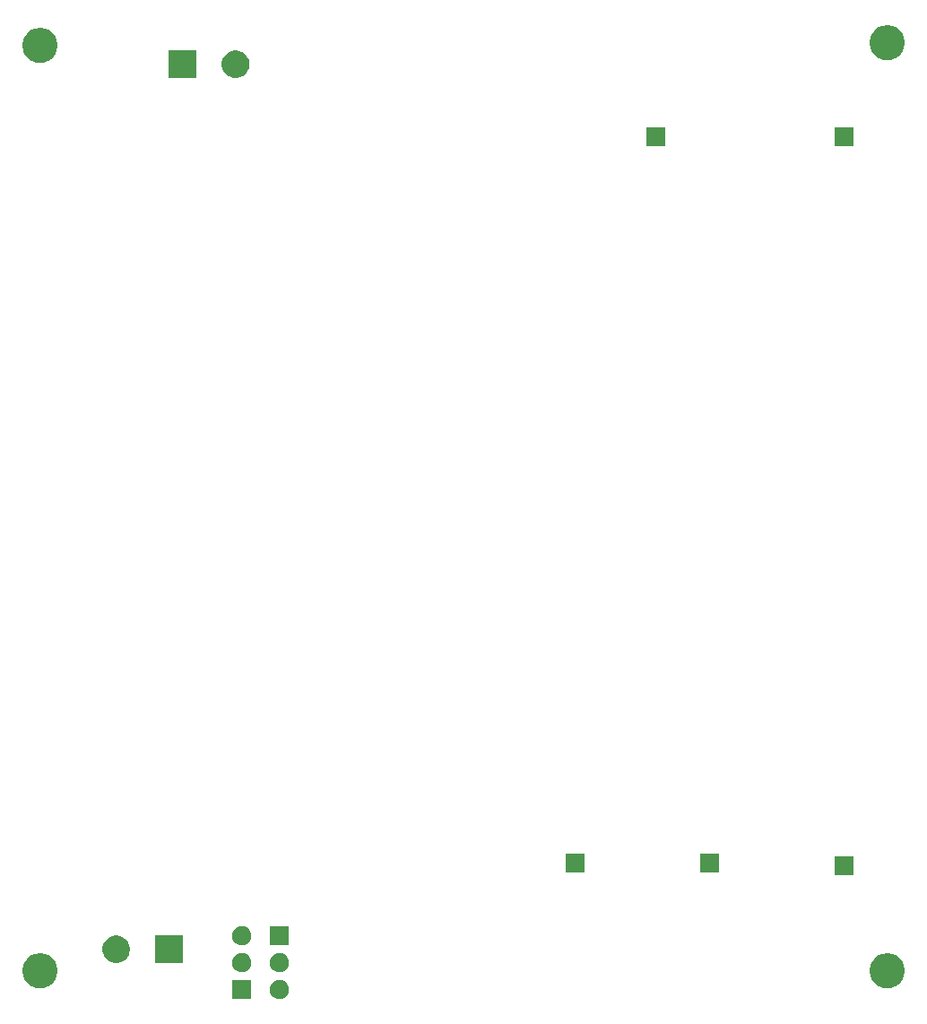
<source format=gbr>
G04 #@! TF.GenerationSoftware,KiCad,Pcbnew,(5.1.5)-3*
G04 #@! TF.CreationDate,2020-06-18T12:09:29-04:00*
G04 #@! TF.ProjectId,psu_board,7073755f-626f-4617-9264-2e6b69636164,rev?*
G04 #@! TF.SameCoordinates,Original*
G04 #@! TF.FileFunction,Soldermask,Bot*
G04 #@! TF.FilePolarity,Negative*
%FSLAX46Y46*%
G04 Gerber Fmt 4.6, Leading zero omitted, Abs format (unit mm)*
G04 Created by KiCad (PCBNEW (5.1.5)-3) date 2020-06-18 12:09:29*
%MOMM*%
%LPD*%
G04 APERTURE LIST*
%ADD10C,0.100000*%
G04 APERTURE END LIST*
D10*
G36*
X189343512Y-155059927D02*
G01*
X189492812Y-155089624D01*
X189656784Y-155157544D01*
X189804354Y-155256147D01*
X189929853Y-155381646D01*
X190028456Y-155529216D01*
X190096376Y-155693188D01*
X190131000Y-155867259D01*
X190131000Y-156044741D01*
X190096376Y-156218812D01*
X190028456Y-156382784D01*
X189929853Y-156530354D01*
X189804354Y-156655853D01*
X189656784Y-156754456D01*
X189492812Y-156822376D01*
X189343512Y-156852073D01*
X189318742Y-156857000D01*
X189141258Y-156857000D01*
X189116488Y-156852073D01*
X188967188Y-156822376D01*
X188803216Y-156754456D01*
X188655646Y-156655853D01*
X188530147Y-156530354D01*
X188431544Y-156382784D01*
X188363624Y-156218812D01*
X188329000Y-156044741D01*
X188329000Y-155867259D01*
X188363624Y-155693188D01*
X188431544Y-155529216D01*
X188530147Y-155381646D01*
X188655646Y-155256147D01*
X188803216Y-155157544D01*
X188967188Y-155089624D01*
X189116488Y-155059927D01*
X189141258Y-155055000D01*
X189318742Y-155055000D01*
X189343512Y-155059927D01*
G37*
G36*
X186575000Y-156857000D02*
G01*
X184773000Y-156857000D01*
X184773000Y-155055000D01*
X186575000Y-155055000D01*
X186575000Y-156857000D01*
G37*
G36*
X166999256Y-152569298D02*
G01*
X167105579Y-152590447D01*
X167406042Y-152714903D01*
X167676451Y-152895585D01*
X167906415Y-153125549D01*
X168087097Y-153395958D01*
X168211553Y-153696421D01*
X168275000Y-154015391D01*
X168275000Y-154340609D01*
X168211553Y-154659579D01*
X168087097Y-154960042D01*
X167906415Y-155230451D01*
X167676451Y-155460415D01*
X167406042Y-155641097D01*
X167105579Y-155765553D01*
X166999256Y-155786702D01*
X166786611Y-155829000D01*
X166461389Y-155829000D01*
X166248744Y-155786702D01*
X166142421Y-155765553D01*
X165841958Y-155641097D01*
X165571549Y-155460415D01*
X165341585Y-155230451D01*
X165160903Y-154960042D01*
X165036447Y-154659579D01*
X164973000Y-154340609D01*
X164973000Y-154015391D01*
X165036447Y-153696421D01*
X165160903Y-153395958D01*
X165341585Y-153125549D01*
X165571549Y-152895585D01*
X165841958Y-152714903D01*
X166142421Y-152590447D01*
X166248744Y-152569298D01*
X166461389Y-152527000D01*
X166786611Y-152527000D01*
X166999256Y-152569298D01*
G37*
G36*
X247009256Y-152569298D02*
G01*
X247115579Y-152590447D01*
X247416042Y-152714903D01*
X247686451Y-152895585D01*
X247916415Y-153125549D01*
X248097097Y-153395958D01*
X248221553Y-153696421D01*
X248285000Y-154015391D01*
X248285000Y-154340609D01*
X248221553Y-154659579D01*
X248097097Y-154960042D01*
X247916415Y-155230451D01*
X247686451Y-155460415D01*
X247416042Y-155641097D01*
X247115579Y-155765553D01*
X247009256Y-155786702D01*
X246796611Y-155829000D01*
X246471389Y-155829000D01*
X246258744Y-155786702D01*
X246152421Y-155765553D01*
X245851958Y-155641097D01*
X245581549Y-155460415D01*
X245351585Y-155230451D01*
X245170903Y-154960042D01*
X245046447Y-154659579D01*
X244983000Y-154340609D01*
X244983000Y-154015391D01*
X245046447Y-153696421D01*
X245170903Y-153395958D01*
X245351585Y-153125549D01*
X245581549Y-152895585D01*
X245851958Y-152714903D01*
X246152421Y-152590447D01*
X246258744Y-152569298D01*
X246471389Y-152527000D01*
X246796611Y-152527000D01*
X247009256Y-152569298D01*
G37*
G36*
X189343512Y-152519927D02*
G01*
X189492812Y-152549624D01*
X189656784Y-152617544D01*
X189804354Y-152716147D01*
X189929853Y-152841646D01*
X190028456Y-152989216D01*
X190096376Y-153153188D01*
X190131000Y-153327259D01*
X190131000Y-153504741D01*
X190096376Y-153678812D01*
X190028456Y-153842784D01*
X189929853Y-153990354D01*
X189804354Y-154115853D01*
X189656784Y-154214456D01*
X189492812Y-154282376D01*
X189343512Y-154312073D01*
X189318742Y-154317000D01*
X189141258Y-154317000D01*
X189116488Y-154312073D01*
X188967188Y-154282376D01*
X188803216Y-154214456D01*
X188655646Y-154115853D01*
X188530147Y-153990354D01*
X188431544Y-153842784D01*
X188363624Y-153678812D01*
X188329000Y-153504741D01*
X188329000Y-153327259D01*
X188363624Y-153153188D01*
X188431544Y-152989216D01*
X188530147Y-152841646D01*
X188655646Y-152716147D01*
X188803216Y-152617544D01*
X188967188Y-152549624D01*
X189116488Y-152519927D01*
X189141258Y-152515000D01*
X189318742Y-152515000D01*
X189343512Y-152519927D01*
G37*
G36*
X185787512Y-152519927D02*
G01*
X185936812Y-152549624D01*
X186100784Y-152617544D01*
X186248354Y-152716147D01*
X186373853Y-152841646D01*
X186472456Y-152989216D01*
X186540376Y-153153188D01*
X186575000Y-153327259D01*
X186575000Y-153504741D01*
X186540376Y-153678812D01*
X186472456Y-153842784D01*
X186373853Y-153990354D01*
X186248354Y-154115853D01*
X186100784Y-154214456D01*
X185936812Y-154282376D01*
X185787512Y-154312073D01*
X185762742Y-154317000D01*
X185585258Y-154317000D01*
X185560488Y-154312073D01*
X185411188Y-154282376D01*
X185247216Y-154214456D01*
X185099646Y-154115853D01*
X184974147Y-153990354D01*
X184875544Y-153842784D01*
X184807624Y-153678812D01*
X184773000Y-153504741D01*
X184773000Y-153327259D01*
X184807624Y-153153188D01*
X184875544Y-152989216D01*
X184974147Y-152841646D01*
X185099646Y-152716147D01*
X185247216Y-152617544D01*
X185411188Y-152549624D01*
X185560488Y-152519927D01*
X185585258Y-152515000D01*
X185762742Y-152515000D01*
X185787512Y-152519927D01*
G37*
G36*
X180117000Y-153447000D02*
G01*
X177515000Y-153447000D01*
X177515000Y-150845000D01*
X180117000Y-150845000D01*
X180117000Y-153447000D01*
G37*
G36*
X174195487Y-150894996D02*
G01*
X174363868Y-150964742D01*
X174432255Y-150993069D01*
X174645339Y-151135447D01*
X174826553Y-151316661D01*
X174915884Y-151450354D01*
X174968932Y-151529747D01*
X175067004Y-151766513D01*
X175117000Y-152017861D01*
X175117000Y-152274139D01*
X175067004Y-152525487D01*
X174988545Y-152714902D01*
X174968931Y-152762255D01*
X174826553Y-152975339D01*
X174645339Y-153156553D01*
X174432255Y-153298931D01*
X174432254Y-153298932D01*
X174432253Y-153298932D01*
X174195487Y-153397004D01*
X173944139Y-153447000D01*
X173687861Y-153447000D01*
X173436513Y-153397004D01*
X173199747Y-153298932D01*
X173199746Y-153298932D01*
X173199745Y-153298931D01*
X172986661Y-153156553D01*
X172805447Y-152975339D01*
X172663069Y-152762255D01*
X172643455Y-152714902D01*
X172564996Y-152525487D01*
X172515000Y-152274139D01*
X172515000Y-152017861D01*
X172564996Y-151766513D01*
X172663068Y-151529747D01*
X172716117Y-151450354D01*
X172805447Y-151316661D01*
X172986661Y-151135447D01*
X173199745Y-150993069D01*
X173268132Y-150964742D01*
X173436513Y-150894996D01*
X173687861Y-150845000D01*
X173944139Y-150845000D01*
X174195487Y-150894996D01*
G37*
G36*
X185787512Y-149979927D02*
G01*
X185936812Y-150009624D01*
X186100784Y-150077544D01*
X186248354Y-150176147D01*
X186373853Y-150301646D01*
X186472456Y-150449216D01*
X186540376Y-150613188D01*
X186575000Y-150787259D01*
X186575000Y-150964741D01*
X186540376Y-151138812D01*
X186472456Y-151302784D01*
X186373853Y-151450354D01*
X186248354Y-151575853D01*
X186100784Y-151674456D01*
X185936812Y-151742376D01*
X185787512Y-151772073D01*
X185762742Y-151777000D01*
X185585258Y-151777000D01*
X185560488Y-151772073D01*
X185411188Y-151742376D01*
X185247216Y-151674456D01*
X185099646Y-151575853D01*
X184974147Y-151450354D01*
X184875544Y-151302784D01*
X184807624Y-151138812D01*
X184773000Y-150964741D01*
X184773000Y-150787259D01*
X184807624Y-150613188D01*
X184875544Y-150449216D01*
X184974147Y-150301646D01*
X185099646Y-150176147D01*
X185247216Y-150077544D01*
X185411188Y-150009624D01*
X185560488Y-149979927D01*
X185585258Y-149975000D01*
X185762742Y-149975000D01*
X185787512Y-149979927D01*
G37*
G36*
X190131000Y-151777000D02*
G01*
X188329000Y-151777000D01*
X188329000Y-149975000D01*
X190131000Y-149975000D01*
X190131000Y-151777000D01*
G37*
G36*
X243471000Y-145173000D02*
G01*
X241669000Y-145173000D01*
X241669000Y-143371000D01*
X243471000Y-143371000D01*
X243471000Y-145173000D01*
G37*
G36*
X218071000Y-144919000D02*
G01*
X216269000Y-144919000D01*
X216269000Y-143117000D01*
X218071000Y-143117000D01*
X218071000Y-144919000D01*
G37*
G36*
X230771000Y-144919000D02*
G01*
X228969000Y-144919000D01*
X228969000Y-143117000D01*
X230771000Y-143117000D01*
X230771000Y-144919000D01*
G37*
G36*
X243471000Y-76339000D02*
G01*
X241669000Y-76339000D01*
X241669000Y-74537000D01*
X243471000Y-74537000D01*
X243471000Y-76339000D01*
G37*
G36*
X225691000Y-76339000D02*
G01*
X223889000Y-76339000D01*
X223889000Y-74537000D01*
X225691000Y-74537000D01*
X225691000Y-76339000D01*
G37*
G36*
X181387000Y-69881000D02*
G01*
X178785000Y-69881000D01*
X178785000Y-67279000D01*
X181387000Y-67279000D01*
X181387000Y-69881000D01*
G37*
G36*
X185465487Y-67328996D02*
G01*
X185702253Y-67427068D01*
X185702255Y-67427069D01*
X185915339Y-67569447D01*
X186096553Y-67750661D01*
X186149844Y-67830416D01*
X186238932Y-67963747D01*
X186337004Y-68200513D01*
X186387000Y-68451861D01*
X186387000Y-68708139D01*
X186337004Y-68959487D01*
X186238932Y-69196253D01*
X186238931Y-69196255D01*
X186096553Y-69409339D01*
X185915339Y-69590553D01*
X185702255Y-69732931D01*
X185702254Y-69732932D01*
X185702253Y-69732932D01*
X185465487Y-69831004D01*
X185214139Y-69881000D01*
X184957861Y-69881000D01*
X184706513Y-69831004D01*
X184469747Y-69732932D01*
X184469746Y-69732932D01*
X184469745Y-69732931D01*
X184256661Y-69590553D01*
X184075447Y-69409339D01*
X183933069Y-69196255D01*
X183933068Y-69196253D01*
X183834996Y-68959487D01*
X183785000Y-68708139D01*
X183785000Y-68451861D01*
X183834996Y-68200513D01*
X183933068Y-67963747D01*
X184022157Y-67830416D01*
X184075447Y-67750661D01*
X184256661Y-67569447D01*
X184469745Y-67427069D01*
X184469747Y-67427068D01*
X184706513Y-67328996D01*
X184957861Y-67279000D01*
X185214139Y-67279000D01*
X185465487Y-67328996D01*
G37*
G36*
X166999256Y-65193298D02*
G01*
X167105579Y-65214447D01*
X167406042Y-65338903D01*
X167676451Y-65519585D01*
X167906415Y-65749549D01*
X168087097Y-66019958D01*
X168211553Y-66320421D01*
X168275000Y-66639391D01*
X168275000Y-66964609D01*
X168211553Y-67283579D01*
X168192740Y-67328997D01*
X168093143Y-67569447D01*
X168087097Y-67584042D01*
X167906415Y-67854451D01*
X167676451Y-68084415D01*
X167406042Y-68265097D01*
X167105579Y-68389553D01*
X166999256Y-68410702D01*
X166786611Y-68453000D01*
X166461389Y-68453000D01*
X166248744Y-68410702D01*
X166142421Y-68389553D01*
X165841958Y-68265097D01*
X165571549Y-68084415D01*
X165341585Y-67854451D01*
X165160903Y-67584042D01*
X165154858Y-67569447D01*
X165055260Y-67328997D01*
X165036447Y-67283579D01*
X164973000Y-66964609D01*
X164973000Y-66639391D01*
X165036447Y-66320421D01*
X165160903Y-66019958D01*
X165341585Y-65749549D01*
X165571549Y-65519585D01*
X165841958Y-65338903D01*
X166142421Y-65214447D01*
X166248744Y-65193298D01*
X166461389Y-65151000D01*
X166786611Y-65151000D01*
X166999256Y-65193298D01*
G37*
G36*
X247009256Y-64939298D02*
G01*
X247115579Y-64960447D01*
X247416042Y-65084903D01*
X247686451Y-65265585D01*
X247916415Y-65495549D01*
X248097097Y-65765958D01*
X248221553Y-66066421D01*
X248285000Y-66385391D01*
X248285000Y-66710609D01*
X248221553Y-67029579D01*
X248097097Y-67330042D01*
X247916415Y-67600451D01*
X247686451Y-67830415D01*
X247416042Y-68011097D01*
X247115579Y-68135553D01*
X247009256Y-68156702D01*
X246796611Y-68199000D01*
X246471389Y-68199000D01*
X246258744Y-68156702D01*
X246152421Y-68135553D01*
X245851958Y-68011097D01*
X245581549Y-67830415D01*
X245351585Y-67600451D01*
X245170903Y-67330042D01*
X245046447Y-67029579D01*
X244983000Y-66710609D01*
X244983000Y-66385391D01*
X245046447Y-66066421D01*
X245170903Y-65765958D01*
X245351585Y-65495549D01*
X245581549Y-65265585D01*
X245851958Y-65084903D01*
X246152421Y-64960447D01*
X246258744Y-64939298D01*
X246471389Y-64897000D01*
X246796611Y-64897000D01*
X247009256Y-64939298D01*
G37*
M02*

</source>
